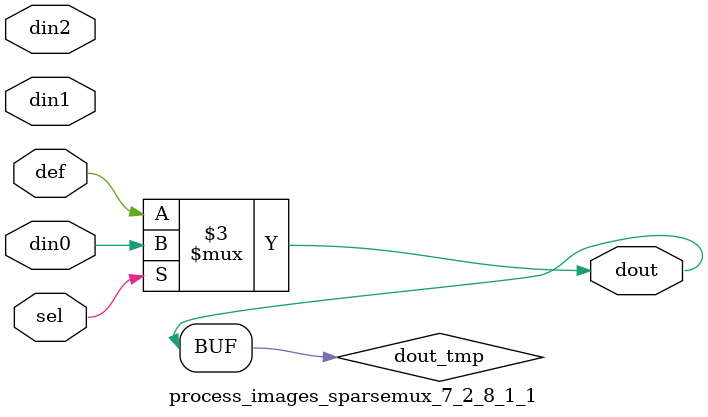
<source format=v>
`timescale 1ns / 1ps

module process_images_sparsemux_7_2_8_1_1 (din0,din1,din2,def,sel,dout);

parameter din0_WIDTH = 1;

parameter din1_WIDTH = 1;

parameter din2_WIDTH = 1;

parameter def_WIDTH = 1;
parameter sel_WIDTH = 1;
parameter dout_WIDTH = 1;

parameter [sel_WIDTH-1:0] CASE0 = 1;

parameter [sel_WIDTH-1:0] CASE1 = 1;

parameter [sel_WIDTH-1:0] CASE2 = 1;

parameter ID = 1;
parameter NUM_STAGE = 1;



input [din0_WIDTH-1:0] din0;

input [din1_WIDTH-1:0] din1;

input [din2_WIDTH-1:0] din2;

input [def_WIDTH-1:0] def;
input [sel_WIDTH-1:0] sel;

output [dout_WIDTH-1:0] dout;



reg [dout_WIDTH-1:0] dout_tmp;


always @ (*) begin
(* parallel_case *) case (sel)
    
    CASE0 : dout_tmp = din0;
    
    CASE1 : dout_tmp = din1;
    
    CASE2 : dout_tmp = din2;
    
    default : dout_tmp = def;
endcase
end


assign dout = dout_tmp;



endmodule

</source>
